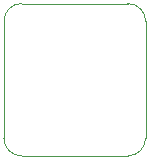
<source format=gm1>
G04 #@! TF.GenerationSoftware,KiCad,Pcbnew,8.0.8*
G04 #@! TF.CreationDate,2025-01-29T14:53:02+01:00*
G04 #@! TF.ProjectId,TS4231-BOB,54533432-3331-42d4-924f-422e6b696361,rev?*
G04 #@! TF.SameCoordinates,Original*
G04 #@! TF.FileFunction,Profile,NP*
%FSLAX46Y46*%
G04 Gerber Fmt 4.6, Leading zero omitted, Abs format (unit mm)*
G04 Created by KiCad (PCBNEW 8.0.8) date 2025-01-29 14:53:02*
%MOMM*%
%LPD*%
G01*
G04 APERTURE LIST*
G04 #@! TA.AperFunction,Profile*
%ADD10C,0.050000*%
G04 #@! TD*
G04 APERTURE END LIST*
D10*
X139000000Y-45500000D02*
X139000000Y-55400000D01*
X137500000Y-56900000D02*
X128500000Y-56900000D01*
X127000000Y-55400000D02*
X127000000Y-45500000D01*
X128500000Y-44000000D02*
X137500000Y-44000000D01*
X137500000Y-44000000D02*
G75*
G02*
X139000000Y-45500000I0J-1500000D01*
G01*
X127000000Y-45500000D02*
G75*
G02*
X128500000Y-44000000I1500000J0D01*
G01*
X128500000Y-56900000D02*
G75*
G02*
X127000000Y-55400000I0J1500000D01*
G01*
X139000000Y-55400000D02*
G75*
G02*
X137500000Y-56900000I-1500000J0D01*
G01*
M02*

</source>
